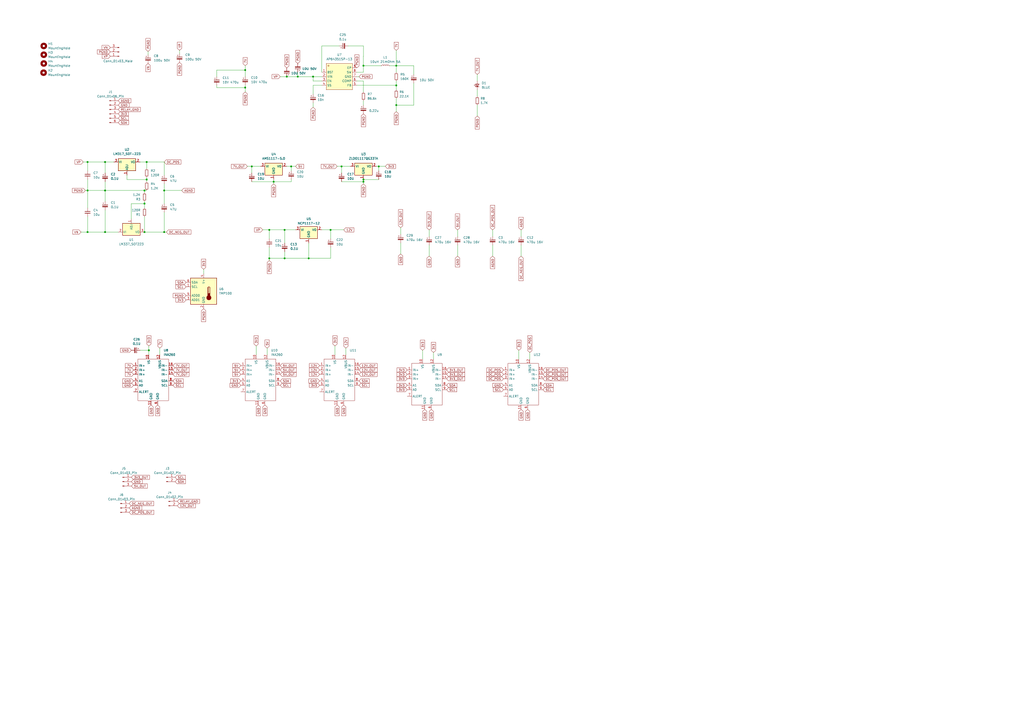
<source format=kicad_sch>
(kicad_sch (version 20231120) (generator "eeschema") (generator_version "8.0")
  (paper "A2")
  (lib_symbols
    (symbol "Connector:Conn_01x02_Pin" (pin_names (offset 1.016) hide)
      (property "Reference" "J" (at 0 2.54 0))
      (property "Value" "Conn_01x02_Pin" (at 0 -5.08 0))
      (symbol "Conn_01x02_Pin_1_1"
        (pin passive line (at 5.08 0 180) (length 3.81) (name "Pin_1") (number "1"))
        (pin passive line (at 5.08 -2.54 180) (length 3.81) (name "Pin_2") (number "2"))
      )
    )
    (symbol "Connector:Conn_01x03_Male" (pin_names (offset 1.016) hide)
      (property "Reference" "J" (at 0 5.08 0))
      (property "Value" "Conn_01x03_Male" (at 0 -5.08 0))
      (symbol "Conn_01x03_Male_1_1"
        (pin passive line (at 5.08 2.54 180) (length 3.81) (name "Pin_1") (number "1"))
        (pin passive line (at 5.08 0 180) (length 3.81) (name "Pin_2") (number "2"))
        (pin passive line (at 5.08 -2.54 180) (length 3.81) (name "Pin_3") (number "3"))
      )
    )
    (symbol "Connector:Conn_01x03_Pin" (pin_names (offset 1.016) hide)
      (property "Reference" "J" (at 0 5.08 0))
      (property "Value" "Conn_01x03_Pin" (at 0 -5.08 0))
      (symbol "Conn_01x03_Pin_1_1"
        (pin passive line (at 5.08 2.54 180) (length 3.81) (name "Pin_1") (number "1"))
        (pin passive line (at 5.08 0 180) (length 3.81) (name "Pin_2") (number "2"))
        (pin passive line (at 5.08 -2.54 180) (length 3.81) (name "Pin_3") (number "3"))
      )
    )
    (symbol "Connector:Conn_01x06_Pin" (pin_names (offset 1.016) hide)
      (property "Reference" "J" (at 0 7.62 0))
      (property "Value" "Conn_01x06_Pin" (at 0 -10.16 0))
      (symbol "Conn_01x06_Pin_1_1"
        (pin passive line (at 5.08 5.08 180) (length 3.81) (name "Pin_1") (number "1"))
        (pin passive line (at 5.08 2.54 180) (length 3.81) (name "Pin_2") (number "2"))
        (pin passive line (at 5.08 0 180) (length 3.81) (name "Pin_3") (number "3"))
        (pin passive line (at 5.08 -2.54 180) (length 3.81) (name "Pin_4") (number "4"))
        (pin passive line (at 5.08 -5.08 180) (length 3.81) (name "Pin_5") (number "5"))
        (pin passive line (at 5.08 -7.62 180) (length 3.81) (name "Pin_6") (number "6"))
      )
    )
    (symbol "Custom:INA260"
      (property "Reference" "U" (at 0 0 0))
      (property "Value" "INA260" (at 7.112 6.858 0))
      (symbol "INA260_1_1"
        (pin input line (at -11.43 29.21 0) (length 2.54) (name "IN+") (number "1"))
        (pin input line (at -2.54 35.56 270) (length 2.54) (name "VS") (number "10"))
        (pin input line (at -1.27 6.35 90) (length 2.54) (name "GND") (number "11"))
        (pin input line (at 3.81 35.56 270) (length 2.54) (name "VBUS") (number "12"))
        (pin input line (at 11.43 24.13 180) (length 2.54) (name "IN-") (number "14"))
        (pin input line (at 11.43 26.67 180) (length 2.54) (name "IN-") (number "15"))
        (pin input line (at 11.43 29.21 180) (length 2.54) (name "IN-") (number "16"))
        (pin input line (at -11.43 26.67 0) (length 2.54) (name "IN+") (number "2"))
        (pin input line (at -11.43 24.13 0) (length 2.54) (name "IN+") (number "3"))
        (pin input line (at -11.43 20.32 0) (length 2.54) (name "A1") (number "4"))
        (pin input line (at -11.43 17.78 0) (length 2.54) (name "A0") (number "5"))
        (pin input line (at 2.54 6.35 90) (length 2.54) (name "GND") (number "6"))
        (pin input line (at -11.43 13.97 0) (length 2.54) (name "ALERT") (number "7"))
        (pin input line (at 11.43 20.32 180) (length 2.54) (name "SDA") (number "8"))
        (pin input line (at 11.43 17.78 180) (length 2.54) (name "SCL") (number "9"))
      )
    )
    (symbol "Device:C_Polarized_Small" (pin_numbers hide) (pin_names (offset 0.254) hide)
      (property "Reference" "C" (at 0.254 1.778 0))
      (property "Value" "C_Polarized_Small" (at 0.254 -2.032 0))
      (symbol "C_Polarized_Small_1_1"
        (pin passive line (at 0 2.54 270) (length 1.8542) (name "~") (number "1"))
        (pin passive line (at 0 -2.54 90) (length 1.8542) (name "~") (number "2"))
      )
    )
    (symbol "Device:C_Small" (pin_numbers hide) (pin_names (offset 0.254) hide)
      (property "Reference" "C" (at 0.254 1.778 0))
      (property "Value" "C_Small" (at 0.254 -2.032 0))
      (symbol "C_Small_1_1"
        (pin passive line (at 0 2.54 270) (length 2.032) (name "~") (number "1"))
        (pin passive line (at 0 -2.54 90) (length 2.032) (name "~") (number "2"))
      )
    )
    (symbol "Device:LED_Small" (pin_numbers hide) (pin_names (offset 0.254) hide)
      (property "Reference" "D" (at -1.27 3.175 0))
      (property "Value" "LED_Small" (at -4.445 -2.54 0))
      (symbol "LED_Small_1_1"
        (pin passive line (at -2.54 0 0) (length 1.778) (name "K") (number "1"))
        (pin passive line (at 2.54 0 180) (length 1.778) (name "A") (number "2"))
      )
    )
    (symbol "Device:L_Small" (pin_numbers hide) (pin_names (offset 0.254) hide)
      (property "Reference" "L" (at 0.762 1.016 0))
      (property "Value" "L_Small" (at 0.762 -1.016 0))
      (symbol "L_Small_1_1"
        (pin passive line (at 0 2.54 270) (length 0.508) (name "~") (number "1"))
        (pin passive line (at 0 -2.54 90) (length 0.508) (name "~") (number "2"))
      )
    )
    (symbol "Device:R_Small" (pin_numbers hide) (pin_names (offset 0.254) hide)
      (property "Reference" "R" (at 0.762 0.508 0))
      (property "Value" "R_Small" (at 0.762 -1.016 0))
      (symbol "R_Small_1_1"
        (pin passive line (at 0 2.54 270) (length 0.762) (name "~") (number "1"))
        (pin passive line (at 0 -2.54 90) (length 0.762) (name "~") (number "2"))
      )
    )
    (symbol "Mechanical:MountingHole" (pin_names (offset 1.016))
      (property "Reference" "H" (at 0 5.08 0))
      (property "Value" "MountingHole" (at 0 3.175 0))
    )
    (symbol "Regulator_Linear:AMS1117-5.0"
      (property "Reference" "U" (at -3.81 3.175 0))
      (property "Value" "AMS1117-5.0" (at 0 3.175 0))
      (symbol "AMS1117-5.0_1_1"
        (pin power_in line (at 0 -7.62 90) (length 2.54) (name "GND") (number "1"))
        (pin power_out line (at 7.62 0 180) (length 2.54) (name "VO") (number "2"))
        (pin power_in line (at -7.62 0 0) (length 2.54) (name "VI") (number "3"))
      )
    )
    (symbol "Regulator_Linear:LM317_SOT-223" (pin_names (offset 0.254))
      (property "Reference" "U" (at -3.81 3.175 0))
      (property "Value" "LM317_SOT-223" (at 0 3.175 0))
      (symbol "LM317_SOT-223_1_1"
        (pin input line (at 0 -7.62 90) (length 2.54) (name "ADJ") (number "1"))
        (pin power_out line (at 7.62 0 180) (length 2.54) (name "VO") (number "2"))
        (pin power_in line (at -7.62 0 0) (length 2.54) (name "VI") (number "3"))
      )
    )
    (symbol "Regulator_Linear:LM337_SOT223" (pin_names (offset 0.254))
      (property "Reference" "U" (at -3.81 -3.175 0))
      (property "Value" "LM337_SOT223" (at 0 -3.175 0))
      (symbol "LM337_SOT223_1_1"
        (pin input line (at 0 7.62 270) (length 2.54) (name "ADJ") (number "1"))
        (pin power_in line (at -7.62 0 0) (length 2.54) (name "VI") (number "2"))
        (pin power_out line (at 7.62 0 180) (length 2.54) (name "VO") (number "3"))
      )
    )
    (symbol "Regulator_Linear:NCP1117-12_SOT223"
      (property "Reference" "U" (at -3.81 3.175 0))
      (property "Value" "NCP1117-12_SOT223" (at 0 3.175 0))
      (symbol "NCP1117-12_SOT223_1_1"
        (pin power_in line (at 0 -7.62 90) (length 2.54) (name "GND") (number "1"))
        (pin power_out line (at 7.62 0 180) (length 2.54) (name "VO") (number "2"))
        (pin power_in line (at -7.62 0 0) (length 2.54) (name "VI") (number "3"))
      )
    )
    (symbol "Sensor_Temperature:TMP100"
      (property "Reference" "U" (at 10.16 6.35 0))
      (property "Value" "TMP100" (at 12.7 3.81 0))
      (symbol "TMP100_1_1"
        (pin input line (at -10.16 2.54 0) (length 2.54) (name "SCL") (number "1"))
        (pin power_in line (at 0 -10.16 90) (length 2.54) (name "GND") (number "2"))
        (pin input line (at -10.16 -5.08 0) (length 2.54) (name "ADD1") (number "3"))
        (pin power_in line (at 0 10.16 270) (length 2.54) (name "V+") (number "4"))
        (pin input line (at -10.16 -2.54 0) (length 2.54) (name "ADD0") (number "5"))
        (pin bidirectional line (at -10.16 5.08 0) (length 2.54) (name "SDA") (number "6"))
      )
    )
    (symbol "easyeda2kicad:AP64351SP-13"
      (property "Reference" "U" (at 0 10.16 0))
      (property "Value" "AP64351SP-13" (at 0 -10.16 0))
      (symbol "AP64351SP-13_0_1"
        (pin unspecified line (at -10.16 2.54 0) (length 2.54) (name "BST") (number "1"))
        (pin unspecified line (at -10.16 0 0) (length 2.54) (name "VIN") (number "2"))
        (pin unspecified line (at -10.16 -2.54 0) (length 2.54) (name "EN") (number "3"))
        (pin unspecified line (at -10.16 -5.08 0) (length 2.54) (name "SS") (number "4"))
        (pin unspecified line (at 10.16 -5.08 180) (length 2.54) (name "FB") (number "5"))
        (pin unspecified line (at 10.16 -2.54 180) (length 2.54) (name "COMP") (number "6"))
        (pin unspecified line (at 10.16 0 180) (length 2.54) (name "GND") (number "7"))
        (pin unspecified line (at 10.16 2.54 180) (length 2.54) (name "SW") (number "8"))
        (pin unspecified line (at 10.16 5.08 180) (length 2.54) (name "EP") (number "9"))
      )
    )
  )
  (junction (at 60.96 110.49))
  (junction (at 60.96 134.62))
  (junction (at 142.24 50.8))
  (junction (at 165.1 149.86))
  (junction (at 95.25 110.49))
  (junction (at 229.87 38.1))
  (junction (at 142.24 40.64))
  (junction (at 191.77 133.35))
  (junction (at 210.82 38.1))
  (junction (at 95.25 134.62))
  (junction (at 50.8 110.49))
  (junction (at 156.21 149.86))
  (junction (at 210.82 105.41))
  (junction (at 158.75 105.41))
  (junction (at 166.37 44.45))
  (junction (at 219.71 96.52))
  (junction (at 83.82 110.49))
  (junction (at 229.87 60.96))
  (junction (at 50.8 93.98))
  (junction (at 60.96 93.98))
  (junction (at 172.72 44.45))
  (junction (at 179.07 149.86))
  (junction (at 210.82 104.14))
  (junction (at 83.82 134.62))
  (junction (at 165.1 133.35))
  (junction (at 85.09 104.14))
  (junction (at 83.82 118.11))
  (junction (at 156.21 133.35))
  (junction (at 181.61 44.45))
  (junction (at 168.91 96.52))
  (junction (at 146.05 96.52))
  (junction (at 85.09 93.98))
  (junction (at 86.36 203.2))
  (junction (at 198.12 96.52))
  (junction (at 229.87 49.53))
  (junction (at 50.8 134.62))
  (wire (pts (xy 156.21 143.51) (xy 156.21 149.86)))
  (wire (pts (xy 207.01 44.45) (xy 208.28 44.45)))
  (wire (pts (xy 251.46 204.47) (xy 251.46 208.28)))
  (wire (pts (xy 60.96 134.62) (xy 68.58 134.62)))
  (wire (pts (xy 165.1 140.97) (xy 165.1 133.35)))
  (wire (pts (xy 143.51 96.52) (xy 146.05 96.52)))
  (wire (pts (xy 95.25 134.62) (xy 95.25 123.19)))
  (wire (pts (xy 95.25 134.62) (xy 96.52 134.62)))
  (wire (pts (xy 248.92 148.59) (xy 248.92 142.24)))
  (wire (pts (xy 240.03 48.26) (xy 240.03 60.96)))
  (wire (pts (xy 172.72 44.45) (xy 181.61 44.45)))
  (wire (pts (xy 158.75 106.68) (xy 158.75 105.41)))
  (wire (pts (xy 154.94 201.93) (xy 154.94 205.74)))
  (wire (pts (xy 49.53 110.49) (xy 50.8 110.49)))
  (wire (pts (xy 210.82 41.91) (xy 210.82 38.1)))
  (wire (pts (xy 229.87 52.07) (xy 229.87 49.53)))
  (wire (pts (xy 142.24 40.64) (xy 142.24 44.323)))
  (wire (pts (xy 81.28 93.98) (xy 85.09 93.98)))
  (wire (pts (xy 146.05 96.52) (xy 151.13 96.52)))
  (wire (pts (xy 229.87 38.1) (xy 240.03 38.1)))
  (wire (pts (xy 229.87 64.77) (xy 229.87 60.96)))
  (wire (pts (xy 83.82 110.49) (xy 83.82 111.76)))
  (wire (pts (xy 226.06 38.1) (xy 229.87 38.1)))
  (wire (pts (xy 219.71 99.06) (xy 219.71 96.52)))
  (wire (pts (xy 60.96 110.49) (xy 83.82 110.49)))
  (wire (pts (xy 302.26 133.35) (xy 302.26 137.16)))
  (wire (pts (xy 194.31 200.66) (xy 194.31 205.74)))
  (wire (pts (xy 218.44 96.52) (xy 219.71 96.52)))
  (wire (pts (xy 207.01 46.99) (xy 210.82 46.99)))
  (wire (pts (xy 181.61 62.23) (xy 181.61 59.69)))
  (wire (pts (xy 210.82 106.68) (xy 210.82 105.41)))
  (wire (pts (xy 265.43 133.35) (xy 265.43 137.16)))
  (wire (pts (xy 302.26 148.59) (xy 302.26 142.24)))
  (wire (pts (xy 165.1 133.35) (xy 171.45 133.35)))
  (wire (pts (xy 85.8785 29.8318) (xy 85.8785 31.7368)))
  (wire (pts (xy 165.1 149.86) (xy 179.07 149.86)))
  (wire (pts (xy 86.36 203.2) (xy 86.36 205.74)))
  (wire (pts (xy 307.34 204.47) (xy 307.34 208.28)))
  (wire (pts (xy 148.59 200.66) (xy 148.59 205.74)))
  (wire (pts (xy 207.01 41.91) (xy 210.82 41.91)))
  (wire (pts (xy 83.82 118.11) (xy 83.82 116.84)))
  (wire (pts (xy 186.69 46.99) (xy 181.61 46.99)))
  (wire (pts (xy 285.75 133.35) (xy 285.75 137.16)))
  (wire (pts (xy 168.91 96.52) (xy 171.45 96.52)))
  (wire (pts (xy 142.24 53.34) (xy 142.24 50.8)))
  (wire (pts (xy 207.01 49.53) (xy 229.87 49.53)))
  (wire (pts (xy 198.12 96.52) (xy 203.2 96.52)))
  (wire (pts (xy 210.82 38.1) (xy 210.82 32.6265)))
  (wire (pts (xy 195.58 96.52) (xy 198.12 96.52)))
  (wire (pts (xy 118.11 156.21) (xy 118.11 158.75)))
  (wire (pts (xy 191.77 133.35) (xy 199.39 133.35)))
  (wire (pts (xy 105.41 110.49) (xy 95.25 110.49)))
  (wire (pts (xy 210.82 58.42) (xy 210.82 60.96)))
  (wire (pts (xy 158.75 105.41) (xy 168.91 105.41)))
  (wire (pts (xy 210.8516 26.67) (xy 201.93 26.67)))
  (wire (pts (xy 172.72 41.91) (xy 172.72 44.45)))
  (wire (pts (xy 60.96 121.92) (xy 60.96 134.62)))
  (wire (pts (xy 125.73 40.64) (xy 125.73 44.45)))
  (wire (pts (xy 85.09 104.14) (xy 85.09 105.41)))
  (wire (pts (xy 125.73 50.8) (xy 142.24 50.8)))
  (wire (pts (xy 240.03 60.96) (xy 229.87 60.96)))
  (wire (pts (xy 166.37 44.45) (xy 172.72 44.45)))
  (wire (pts (xy 60.96 116.84) (xy 60.96 110.49)))
  (wire (pts (xy 60.96 93.98) (xy 66.04 93.98)))
  (wire (pts (xy 181.61 49.53) (xy 186.69 49.53)))
  (wire (pts (xy 104.14 29.21) (xy 104.14 31.115)))
  (wire (pts (xy 200.66 201.93) (xy 200.66 205.74)))
  (wire (pts (xy 232.41 132.08) (xy 232.41 135.89)))
  (wire (pts (xy 166.37 96.52) (xy 168.91 96.52)))
  (wire (pts (xy 191.77 138.43) (xy 191.77 133.35)))
  (wire (pts (xy 146.05 100.33) (xy 146.05 96.52)))
  (wire (pts (xy 240.03 38.1) (xy 240.03 43.18)))
  (wire (pts (xy 245.11 203.2) (xy 245.11 208.28)))
  (wire (pts (xy 50.8 125.73) (xy 50.8 134.62)))
  (wire (pts (xy 85.09 93.98) (xy 95.25 93.98)))
  (wire (pts (xy 92.71 201.93) (xy 92.71 205.74)))
  (wire (pts (xy 81.28 203.2) (xy 86.36 203.2)))
  (wire (pts (xy 73.66 101.6) (xy 73.66 104.14)))
  (wire (pts (xy 248.92 133.35) (xy 248.92 137.16)))
  (wire (pts (xy 210.82 46.99) (xy 210.82 53.34)))
  (wire (pts (xy 186.69 133.35) (xy 191.77 133.35)))
  (wire (pts (xy 186.69 26.67) (xy 196.85 26.67)))
  (wire (pts (xy 229.87 60.96) (xy 229.87 57.15)))
  (wire (pts (xy 232.41 147.32) (xy 232.41 140.97)))
  (wire (pts (xy 191.77 143.51) (xy 191.77 149.86)))
  (wire (pts (xy 229.87 29.21) (xy 229.87 38.1)))
  (wire (pts (xy 210.82 32.6265) (xy 210.8516 32.6265)))
  (wire (pts (xy 229.87 38.1) (xy 229.87 41.91)))
  (wire (pts (xy 95.25 106.68) (xy 95.25 110.49)))
  (wire (pts (xy 50.8 110.49) (xy 60.96 110.49)))
  (wire (pts (xy 285.75 148.59) (xy 285.75 142.24)))
  (wire (pts (xy 229.87 49.53) (xy 229.87 46.99)))
  (wire (pts (xy 86.36 200.66) (xy 86.36 203.2)))
  (wire (pts (xy 265.43 148.59) (xy 265.43 142.24)))
  (wire (pts (xy 181.61 54.61) (xy 181.61 49.53)))
  (wire (pts (xy 83.82 110.49) (xy 85.09 110.49)))
  (wire (pts (xy 76.2 127) (xy 76.2 118.11)))
  (wire (pts (xy 48.26 93.98) (xy 50.8 93.98)))
  (wire (pts (xy 85.09 93.98) (xy 85.09 97.79)))
  (wire (pts (xy 198.12 100.33) (xy 198.12 96.52)))
  (wire (pts (xy 50.8 134.62) (xy 60.96 134.62)))
  (wire (pts (xy 198.12 105.41) (xy 210.82 105.41)))
  (wire (pts (xy 219.71 104.14) (xy 210.82 104.14)))
  (wire (pts (xy 165.1 149.86) (xy 165.1 146.05)))
  (wire (pts (xy 156.21 138.43) (xy 156.21 133.35)))
  (wire (pts (xy 181.61 44.45) (xy 181.61 46.99)))
  (wire (pts (xy 60.96 110.49) (xy 60.96 105.41)))
  (wire (pts (xy 142.24 38.1) (xy 142.24 40.64)))
  (wire (pts (xy 162.56 44.45) (xy 166.37 44.45)))
  (wire (pts (xy 276.86 60.96) (xy 276.86 67.31)))
  (wire (pts (xy 83.82 125.73) (xy 83.82 134.62)))
  (wire (pts (xy 95.25 118.11) (xy 95.25 110.49)))
  (wire (pts (xy 46.99 134.62) (xy 50.8 134.62)))
  (wire (pts (xy 191.77 149.86) (xy 179.07 149.86)))
  (wire (pts (xy 156.21 133.35) (xy 165.1 133.35)))
  (wire (pts (xy 125.73 49.53) (xy 125.73 50.8)))
  (wire (pts (xy 210.82 105.41) (xy 210.82 104.14)))
  (wire (pts (xy 50.8 93.98) (xy 60.96 93.98)))
  (wire (pts (xy 156.21 149.86) (xy 156.21 151.13)))
  (wire (pts (xy 60.96 100.33) (xy 60.96 93.98)))
  (wire (pts (xy 152.4 133.35) (xy 156.21 133.35)))
  (wire (pts (xy 210.82 38.1) (xy 220.98 38.1)))
  (wire (pts (xy 179.07 140.97) (xy 179.07 149.86)))
  (wire (pts (xy 85.09 102.87) (xy 85.09 104.14)))
  (wire (pts (xy 95.25 101.6) (xy 95.25 93.98)))
  (wire (pts (xy 83.82 134.62) (xy 95.25 134.62)))
  (wire (pts (xy 50.8 120.65) (xy 50.8 110.49)))
  (wire (pts (xy 210.8516 32.6265) (xy 210.8516 26.67)))
  (wire (pts (xy 73.66 104.14) (xy 85.09 104.14)))
  (wire (pts (xy 300.99 203.2) (xy 300.99 208.28)))
  (wire (pts (xy 186.69 26.67) (xy 186.69 41.91)))
  (wire (pts (xy 50.8 99.06) (xy 50.8 93.98)))
  (wire (pts (xy 146.05 105.41) (xy 158.75 105.41)))
  (wire (pts (xy 168.91 99.06) (xy 168.91 96.52)))
  (wire (pts (xy 76.2 118.11) (xy 83.82 118.11)))
  (wire (pts (xy 219.71 96.52) (xy 223.52 96.52)))
  (wire (pts (xy 158.75 105.41) (xy 158.75 104.14)))
  (wire (pts (xy 276.86 52.07) (xy 276.86 55.88)))
  (wire (pts (xy 83.82 120.65) (xy 83.82 118.11)))
  (wire (pts (xy 142.24 50.8) (xy 142.24 49.403)))
  (wire (pts (xy 50.8 104.14) (xy 50.8 110.49)))
  (wire (pts (xy 142.24 40.64) (xy 125.73 40.64)))
  (wire (pts (xy 156.21 149.86) (xy 165.1 149.86)))
  (wire (pts (xy 168.91 104.14) (xy 168.91 105.41)))
  (wire (pts (xy 276.86 43.18) (xy 276.86 46.99)))
  (wire (pts (xy 181.61 44.45) (xy 186.69 44.45)))
  (global_label "7V_OUT" (shape input) (at 195.58 96.52 180) (property "Intersheetrefs" "${INTERSHEET_REFS}" (effects (hide yes))))
  (global_label "3V3" (shape input) (at 300.99 203.2 90) (property "Intersheetrefs" "${INTERSHEET_REFS}" (effects (hide yes))))
  (global_label "3V3" (shape input) (at 236.22 226.06 180) (property "Intersheetrefs" "${INTERSHEET_REFS}" (effects (hide yes))))
  (global_label "PGND" (shape input) (at 210.82 106.68 270) (property "Intersheetrefs" "${INTERSHEET_REFS}" (effects (hide yes))))
  (global_label "GND" (shape input) (at 68.58 60.96 0) (property "Intersheetrefs" "${INTERSHEET_REFS}" (effects (hide yes))))
  (global_label "GND" (shape input) (at 195.58 234.95 270) (property "Intersheetrefs" "${INTERSHEET_REFS}" (effects (hide yes))))
  (global_label "5V_OUT" (shape input) (at 162.56 212.09 0) (property "Intersheetrefs" "${INTERSHEET_REFS}" (effects (hide yes))))
  (global_label "PGND" (shape input) (at 104.14 36.195 270) (property "Intersheetrefs" "${INTERSHEET_REFS}" (effects (hide yes))))
  (global_label "5V_OUT" (shape input) (at 162.56 217.17 0) (property "Intersheetrefs" "${INTERSHEET_REFS}" (effects (hide yes))))
  (global_label "GND" (shape input) (at 265.43 148.59 270) (property "Intersheetrefs" "${INTERSHEET_REFS}" (effects (hide yes))))
  (global_label "PGND" (shape input) (at 85.8785 29.8318 90) (property "Intersheetrefs" "${INTERSHEET_REFS}" (effects (hide yes))))
  (global_label "DC_NEG_OUT" (shape input) (at 74.93 292.1 0) (property "Intersheetrefs" "${INTERSHEET_REFS}" (effects (hide yes))))
  (global_label "VP" (shape input) (at 104.14 29.21 90) (property "Intersheetrefs" "${INTERSHEET_REFS}" (effects (hide yes))))
  (global_label "3V3" (shape input) (at 139.7 220.98 180) (property "Intersheetrefs" "${INTERSHEET_REFS}" (effects (hide yes))))
  (global_label "DC_NEG_OUT" (shape input) (at 96.52 134.62 0) (property "Intersheetrefs" "${INTERSHEET_REFS}" (effects (hide yes))))
  (global_label "SCL" (shape input) (at 259.08 226.06 0) (property "Intersheetrefs" "${INTERSHEET_REFS}" (effects (hide yes))))
  (global_label "DC_POS" (shape input) (at 95.25 93.98 0) (property "Intersheetrefs" "${INTERSHEET_REFS}" (effects (hide yes))))
  (global_label "12V" (shape input) (at 199.39 133.35 0) (property "Intersheetrefs" "${INTERSHEET_REFS}" (effects (hide yes))))
  (global_label "DC_NEG_OUT" (shape input) (at 302.26 148.59 270) (property "Intersheetrefs" "${INTERSHEET_REFS}" (effects (hide yes))))
  (global_label "12V_OUT" (shape input) (at 208.28 214.63 0) (property "Intersheetrefs" "${INTERSHEET_REFS}" (effects (hide yes))))
  (global_label "3V3" (shape input) (at 245.11 203.2 90) (property "Intersheetrefs" "${INTERSHEET_REFS}" (effects (hide yes))))
  (global_label "7V" (shape input) (at 77.47 217.17 180) (property "Intersheetrefs" "${INTERSHEET_REFS}" (effects (hide yes))))
  (global_label "7V" (shape input) (at 142.24 38.1 90) (property "Intersheetrefs" "${INTERSHEET_REFS}" (effects (hide yes))))
  (global_label "DC_POS_OUT" (shape input) (at 314.96 217.17 0) (property "Intersheetrefs" "${INTERSHEET_REFS}" (effects (hide yes))))
  (global_label "GND" (shape input) (at 246.38 237.49 270) (property "Intersheetrefs" "${INTERSHEET_REFS}" (effects (hide yes))))
  (global_label "GND" (shape input) (at 185.42 220.98 180) (property "Intersheetrefs" "${INTERSHEET_REFS}" (effects (hide yes))))
  (global_label "PGND" (shape input) (at 156.21 151.13 270) (property "Intersheetrefs" "${INTERSHEET_REFS}" (effects (hide yes))))
  (global_label "GND" (shape input) (at 153.67 234.95 270) (property "Intersheetrefs" "${INTERSHEET_REFS}" (effects (hide yes))))
  (global_label "GND" (shape input) (at 77.47 223.52 180) (property "Intersheetrefs" "${INTERSHEET_REFS}" (effects (hide yes))))
  (global_label "DC_POS_OUT" (shape input) (at 314.96 219.71 0) (property "Intersheetrefs" "${INTERSHEET_REFS}" (effects (hide yes))))
  (global_label "3V3" (shape input) (at 118.11 156.21 90) (property "Intersheetrefs" "${INTERSHEET_REFS}" (effects (hide yes))))
  (global_label "DC_POS_OUT" (shape input) (at 285.75 133.35 90) (property "Intersheetrefs" "${INTERSHEET_REFS}" (effects (hide yes))))
  (global_label "GND" (shape input) (at 149.86 234.95 270) (property "Intersheetrefs" "${INTERSHEET_REFS}" (effects (hide yes))))
  (global_label "SDA" (shape input) (at 68.58 71.12 0) (property "Intersheetrefs" "${INTERSHEET_REFS}" (effects (hide yes))))
  (global_label "3V3_OUT" (shape input) (at 259.08 214.63 0) (property "Intersheetrefs" "${INTERSHEET_REFS}" (effects (hide yes))))
  (global_label "5V" (shape input) (at 139.7 212.09 180) (property "Intersheetrefs" "${INTERSHEET_REFS}" (effects (hide yes))))
  (global_label "GND" (shape input) (at 139.7 223.52 180) (property "Intersheetrefs" "${INTERSHEET_REFS}" (effects (hide yes))))
  (global_label "7V" (shape input) (at 77.47 214.63 180) (property "Intersheetrefs" "${INTERSHEET_REFS}" (effects (hide yes))))
  (global_label "PGND" (shape input) (at 49.53 110.49 180) (property "Intersheetrefs" "${INTERSHEET_REFS}" (effects (hide yes))))
  (global_label "7V_OUT" (shape input) (at 100.33 214.63 0) (property "Intersheetrefs" "${INTERSHEET_REFS}" (effects (hide yes))))
  (global_label "GND" (shape input) (at 87.63 234.95 270) (property "Intersheetrefs" "${INTERSHEET_REFS}" (effects (hide yes))))
  (global_label "GND" (shape input) (at 306.07 237.49 270) (property "Intersheetrefs" "${INTERSHEET_REFS}" (effects (hide yes))))
  (global_label "PGND" (shape input) (at 181.61 62.23 270) (property "Intersheetrefs" "${INTERSHEET_REFS}" (effects (hide yes))))
  (global_label "12V" (shape input) (at 185.42 217.17 180) (property "Intersheetrefs" "${INTERSHEET_REFS}" (effects (hide yes))))
  (global_label "3V3" (shape input) (at 236.22 217.17 180) (property "Intersheetrefs" "${INTERSHEET_REFS}" (effects (hide yes))))
  (global_label "PGND" (shape input) (at 208.28 44.45 0) (property "Intersheetrefs" "${INTERSHEET_REFS}" (effects (hide yes))))
  (global_label "GND" (shape input) (at 76.2 279.4 0) (property "Intersheetrefs" "${INTERSHEET_REFS}" (effects (hide yes))))
  (global_label "3V3" (shape input) (at 68.58 66.04 0) (property "Intersheetrefs" "${INTERSHEET_REFS}" (effects (hide yes))))
  (global_label "SCL" (shape input) (at 68.58 68.58 0) (property "Intersheetrefs" "${INTERSHEET_REFS}" (effects (hide yes))))
  (global_label "AGND" (shape input) (at 68.58 58.42 0) (property "Intersheetrefs" "${INTERSHEET_REFS}" (effects (hide yes))))
  (global_label "7V" (shape input) (at 229.87 29.21 90) (property "Intersheetrefs" "${INTERSHEET_REFS}" (effects (hide yes))))
  (global_label "3V3_OUT" (shape input) (at 259.08 217.17 0) (property "Intersheetrefs" "${INTERSHEET_REFS}" (effects (hide yes))))
  (global_label "3V3" (shape input) (at 251.46 204.47 90) (property "Intersheetrefs" "${INTERSHEET_REFS}" (effects (hide yes))))
  (global_label "3V3_OUT" (shape input) (at 259.08 219.71 0) (property "Intersheetrefs" "${INTERSHEET_REFS}" (effects (hide yes))))
  (global_label "DC_POS" (shape input) (at 307.34 204.47 90) (property "Intersheetrefs" "${INTERSHEET_REFS}" (effects (hide yes))))
  (global_label "GND" (shape input) (at 77.47 220.98 180) (property "Intersheetrefs" "${INTERSHEET_REFS}" (effects (hide yes))))
  (global_label "VP" (shape input) (at 48.26 93.98 180) (property "Intersheetrefs" "${INTERSHEET_REFS}" (effects (hide yes))))
  (global_label "PGND" (shape input) (at 158.75 106.68 270) (property "Intersheetrefs" "${INTERSHEET_REFS}" (effects (hide yes))))
  (global_label "7V_OUT" (shape input) (at 276.86 43.18 90) (property "Intersheetrefs" "${INTERSHEET_REFS}" (effects (hide yes))))
  (global_label "12V_OUT" (shape input) (at 208.28 217.17 0) (property "Intersheetrefs" "${INTERSHEET_REFS}" (effects (hide yes))))
  (global_label "AGND" (shape input) (at 302.26 133.35 90) (property "Intersheetrefs" "${INTERSHEET_REFS}" (effects (hide yes))))
  (global_label "7V" (shape input) (at 92.71 201.93 90) (property "Intersheetrefs" "${INTERSHEET_REFS}" (effects (hide yes))))
  (global_label "VN" (shape input) (at 46.99 134.62 180) (property "Intersheetrefs" "${INTERSHEET_REFS}" (effects (hide yes))))
  (global_label "VN" (shape input) (at 64.008 27.559 180) (property "Intersheetrefs" "${INTERSHEET_REFS}" (effects (hide yes))))
  (global_label "5V_OUT" (shape input) (at 265.43 133.35 90) (property "Intersheetrefs" "${INTERSHEET_REFS}" (effects (hide yes))))
  (global_label "PGND" (shape input) (at 210.82 66.04 270) (property "Intersheetrefs" "${INTERSHEET_REFS}" (effects (hide yes))))
  (global_label "5V_OUT" (shape input) (at 162.56 214.63 0) (property "Intersheetrefs" "${INTERSHEET_REFS}" (effects (hide yes))))
  (global_label "5V" (shape input) (at 139.7 217.17 180) (property "Intersheetrefs" "${INTERSHEET_REFS}" (effects (hide yes))))
  (global_label "SDA" (shape input) (at 107.95 163.83 180) (property "Intersheetrefs" "${INTERSHEET_REFS}" (effects (hide yes))))
  (global_label "3V3" (shape input) (at 185.42 223.52 180) (property "Intersheetrefs" "${INTERSHEET_REFS}" (effects (hide yes))))
  (global_label "5V" (shape input) (at 154.94 201.93 90) (property "Intersheetrefs" "${INTERSHEET_REFS}" (effects (hide yes))))
  (global_label "GND" (shape input) (at 292.1 223.52 180) (property "Intersheetrefs" "${INTERSHEET_REFS}" (effects (hide yes))))
  (global_label "GND" (shape input) (at 250.19 237.49 270) (property "Intersheetrefs" "${INTERSHEET_REFS}" (effects (hide yes))))
  (global_label "PGND" (shape input) (at 166.37 39.37 90) (property "Intersheetrefs" "${INTERSHEET_REFS}" (effects (hide yes))))
  (global_label "PGND" (shape input) (at 64.008 30.099 180) (property "Intersheetrefs" "${INTERSHEET_REFS}" (effects (hide yes))))
  (global_label "VP" (shape input) (at 152.4 133.35 180) (property "Intersheetrefs" "${INTERSHEET_REFS}" (effects (hide yes))))
  (global_label "3V3" (shape input) (at 194.31 200.66 90) (property "Intersheetrefs" "${INTERSHEET_REFS}" (effects (hide yes))))
  (global_label "SCL" (shape input) (at 292.1 226.06 180) (property "Intersheetrefs" "${INTERSHEET_REFS}" (effects (hide yes))))
  (global_label "3V3" (shape input) (at 236.22 223.52 180) (property "Intersheetrefs" "${INTERSHEET_REFS}" (effects (hide yes))))
  (global_label "12V" (shape input) (at 185.42 214.63 180) (property "Intersheetrefs" "${INTERSHEET_REFS}" (effects (hide yes))))
  (global_label "GND" (shape input) (at 91.44 234.95 270) (property "Intersheetrefs" "${INTERSHEET_REFS}" (effects (hide yes))))
  (global_label "SCL" (shape input) (at 107.95 166.37 180) (property "Intersheetrefs" "${INTERSHEET_REFS}" (effects (hide yes))))
  (global_label "3V3" (shape input) (at 107.95 173.99 180) (property "Intersheetrefs" "${INTERSHEET_REFS}" (effects (hide yes))))
  (global_label "SCL" (shape input) (at 208.28 223.52 0) (property "Intersheetrefs" "${INTERSHEET_REFS}" (effects (hide yes))))
  (global_label "SCL" (shape input) (at 162.56 223.52 0) (property "Intersheetrefs" "${INTERSHEET_REFS}" (effects (hide yes))))
  (global_label "DC_POS" (shape input) (at 292.1 217.17 180) (property "Intersheetrefs" "${INTERSHEET_REFS}" (effects (hide yes))))
  (global_label "RELAY_GND" (shape input) (at 68.58 63.5 0) (property "Intersheetrefs" "${INTERSHEET_REFS}" (effects (hide yes))))
  (global_label "DC_POS_OUT" (shape input) (at 314.96 214.63 0) (property "Intersheetrefs" "${INTERSHEET_REFS}" (effects (hide yes))))
  (global_label "GND" (shape input) (at 248.92 148.59 270) (property "Intersheetrefs" "${INTERSHEET_REFS}" (effects (hide yes))))
  (global_label "7V_OUT" (shape input) (at 100.33 212.09 0) (property "Intersheetrefs" "${INTERSHEET_REFS}" (effects (hide yes))))
  (global_label "AGND" (shape input) (at 74.93 294.64 0) (property "Intersheetrefs" "${INTERSHEET_REFS}" (effects (hide yes))))
  (global_label "PGND" (shape input) (at 118.11 179.07 270) (property "Intersheetrefs" "${INTERSHEET_REFS}" (effects (hide yes))))
  (global_label "PGND" (shape input) (at 142.24 53.34 270) (property "Intersheetrefs" "${INTERSHEET_REFS}" (effects (hide yes))))
  (global_label "VN" (shape input) (at 85.8785 36.8168 270) (property "Intersheetrefs" "${INTERSHEET_REFS}" (effects (hide yes))))
  (global_label "AGND" (shape input) (at 105.41 110.49 0) (property "Intersheetrefs" "${INTERSHEET_REFS}" (effects (hide yes))))
  (global_label "SCL" (shape input) (at 314.96 226.06 0) (property "Intersheetrefs" "${INTERSHEET_REFS}" (effects (hide yes))))
  (global_label "PGND" (shape input) (at 229.87 64.77 270) (property "Intersheetrefs" "${INTERSHEET_REFS}" (effects (hide yes))))
  (global_label "RELAY_GND" (shape input) (at 102.87 290.83 0) (property "Intersheetrefs" "${INTERSHEET_REFS}" (effects (hide yes))))
  (global_label "3V3" (shape input) (at 236.22 219.71 180) (property "Intersheetrefs" "${INTERSHEET_REFS}" (effects (hide yes))))
  (global_label "3V3_OUT" (shape input) (at 76.2 276.86 0) (property "Intersheetrefs" "${INTERSHEET_REFS}" (effects (hide yes))))
  (global_label "3V3_OUT" (shape input) (at 248.92 133.35 90) (property "Intersheetrefs" "${INTERSHEET_REFS}" (effects (hide yes))))
  (global_label "5V" (shape input) (at 171.45 96.52 0) (property "Intersheetrefs" "${INTERSHEET_REFS}" (effects (hide yes))))
  (global_label "5V" (shape input) (at 139.7 214.63 180) (property "Intersheetrefs" "${INTERSHEET_REFS}" (effects (hide yes))))
  (global_label "SDA" (shape input) (at 100.33 220.98 0) (property "Intersheetrefs" "${INTERSHEET_REFS}" (effects (hide yes))))
  (global_label "SDA" (shape input) (at 101.6 279.4 0) (property "Intersheetrefs" "${INTERSHEET_REFS}" (effects (hide yes))))
  (global_label "SDA" (shape input) (at 208.28 220.98 0) (property "Intersheetrefs" "${INTERSHEET_REFS}" (effects (hide yes))))
  (global_label "12V" (shape input) (at 185.42 212.09 180) (property "Intersheetrefs" "${INTERSHEET_REFS}" (effects (hide yes))))
  (global_label "3V3" (shape input) (at 86.36 200.66 90) (property "Intersheetrefs" "${INTERSHEET_REFS}" (effects (hide yes))))
  (global_label "PGND" (shape input) (at 207.01 39.37 90) (property "Intersheetrefs" "${INTERSHEET_REFS}" (effects (hide yes))))
  (global_label "AGND" (shape input) (at 285.75 148.59 270) (property "Intersheetrefs" "${INTERSHEET_REFS}" (effects (hide yes))))
  (global_label "12V" (shape input) (at 200.66 201.93 90) (property "Intersheetrefs" "${INTERSHEET_REFS}" (effects (hide yes))))
  (global_label "12V_OUT" (shape input) (at 232.41 132.08 90) (property "Intersheetrefs" "${INTERSHEET_REFS}" (effects (hide yes))))
  (global_label "3V3" (shape input) (at 236.22 214.63 180) (property "Intersheetrefs" "${INTERSHEET_REFS}" (effects (hide yes))))
  (global_label "7V_OUT" (shape input) (at 100.33 217.17 0) (property "Intersheetrefs" "${INTERSHEET_REFS}" (effects (hide yes))))
  (global_label "SCL" (shape input) (at 100.33 223.52 0) (property "Intersheetrefs" "${INTERSHEET_REFS}" (effects (hide yes))))
  (global_label "5V_OUT" (shape input) (at 76.2 281.94 0) (property "Intersheetrefs" "${INTERSHEET_REFS}" (effects (hide yes))))
  (global_label "PGND" (shape input) (at 172.72 36.83 90) (property "Intersheetrefs" "${INTERSHEET_REFS}" (effects (hide yes))))
  (global_label "PGND" (shape input) (at 276.86 67.31 270) (property "Intersheetrefs" "${INTERSHEET_REFS}" (effects (hide yes))))
  (global_label "DC_POS" (shape input) (at 292.1 219.71 180) (property "Intersheetrefs" "${INTERSHEET_REFS}" (effects (hide yes))))
  (global_label "GND" (shape input) (at 199.39 234.95 270) (property "Intersheetrefs" "${INTERSHEET_REFS}" (effects (hide yes))))
  (global_label "SDA" (shape input) (at 259.08 223.52 0) (property "Intersheetrefs" "${INTERSHEET_REFS}" (effects (hide yes))))
  (global_label "7V_OUT" (shape input) (at 143.51 96.52 180) (property "Intersheetrefs" "${INTERSHEET_REFS}" (effects (hide yes))))
  (global_label "SDA" (shape input) (at 314.96 223.52 0) (property "Intersheetrefs" "${INTERSHEET_REFS}" (effects (hide yes))))
  (global_label "GND" (shape input) (at 76.2 203.2 180) (property "Intersheetrefs" "${INTERSHEET_REFS}" (effects (hide yes))))
  (global_label "VP" (shape input) (at 162.56 44.45 180) (property "Intersheetrefs" "${INTERSHEET_REFS}" (effects (hide yes))))
  (global_label "GND" (shape input) (at 232.41 147.32 270) (property "Intersheetrefs" "${INTERSHEET_REFS}" (effects (hide yes))))
  (global_label "3V3" (shape input) (at 148.59 200.66 90) (property "Intersheetrefs" "${INTERSHEET_REFS}" (effects (hide yes))))
  (global_label "DC_POS_OUT" (shape input) (at 74.93 297.18 0) (property "Intersheetrefs" "${INTERSHEET_REFS}" (effects (hide yes))))
  (global_label "12V_OUT" (shape input) (at 102.87 293.37 0) (property "Intersheetrefs" "${INTERSHEET_REFS}" (effects (hide yes))))
  (global_label "GND" (shape input) (at 302.26 237.49 270) (property "Intersheetrefs" "${INTERSHEET_REFS}" (effects (hide yes))))
  (global_label "SCL" (shape input) (at 101.6 276.86 0) (property "Intersheetrefs" "${INTERSHEET_REFS}" (effects (hide yes))))
  (global_label "VP" (shape input) (at 64.008 32.639 180) (property "Intersheetrefs" "${INTERSHEET_REFS}" (effects (hide yes))))
  (global_label "SDA" (shape input) (at 162.56 220.98 0) (property "Intersheetrefs" "${INTERSHEET_REFS}" (effects (hide yes))))
  (global_label "12V_OUT" (shape input) (at 208.28 212.09 0) (property "Intersheetrefs" "${INTERSHEET_REFS}" (effects (hide yes))))
  (global_label "PGND" (shape input) (at 107.95 171.45 180) (property "Intersheetrefs" "${INTERSHEET_REFS}" (effects (hide yes))))
  (global_label "7V" (shape input) (at 77.47 212.09 180) (property "Intersheetrefs" "${INTERSHEET_REFS}" (effects (hide yes))))
  (global_label "DC_POS" (shape input) (at 292.1 214.63 180) (property "Intersheetrefs" "${INTERSHEET_REFS}" (effects (hide yes))))
  (global_label "3V3" (shape input) (at 223.52 96.52 0) (property "Intersheetrefs" "${INTERSHEET_REFS}" (effects (hide yes))))
  (symbol (lib_id "Device:R_Small") (at 229.87 54.61 0) (unit 1)
    (property "Reference" "R6" (at 231.648 53.34 0) (effects (justify left)))
    (property "Value" "22.1K" (at 231.648 55.88 0) (effects (justify left)))
    (property "Footprint" "Resistor_SMD:R_0603_1608Metric_Pad0.98x0.95mm_HandSolder" (effects (hide yes)))
    (property "Mouser" "603-RC0603JR-07820KP" (effects (hide yes)))
  )
  (symbol (lib_id "Connector:Conn_01x03_Pin") (at 69.85 294.64 0) (unit 1)
    (property "Reference" "J6" (at 70.485 287.02 0))
    (property "Value" "Conn_01x03_Pin" (at 70.485 289.56 0))
    (property "Footprint" "Connector_JST:JST_PH_B3B-PH-K_1x03_P2.00mm_Vertical" (effects (hide yes)))
    (property "Description" "Generic connector, single row, 01x03, script generated" (effects (hide yes)))
  )
  (symbol (lib_id "Mechanical:MountingHole") (at 25.4 36.83 0) (unit 1)
    (property "Reference" "H4" (at 27.94 35.5599 0) (effects (justify left)))
    (property "Value" "MountingHole" (at 27.94 38.0999 0) (effects (justify left)))
    (property "Footprint" "MountingHole:MountingHole_3.2mm_M3_DIN965_Pad_TopOnly" (effects (hide yes)))
  )
  (symbol (lib_id "Regulator_Linear:AMS1117-5.0") (at 210.82 96.52 0) (unit 1)
    (property "Reference" "U3" (at 210.82 89.408 0))
    (property "Value" "ZLDO1117QG33TA" (at 210.82 91.948 0))
    (property "Footprint" "Package_TO_SOT_SMD:SOT-223-3_TabPin2" (effects (hide yes)))
    (property "Datasheet" "http://www.advanced-monolithic.com/pdf/ds1117.pdf" (effects (hide yes)))
    (property "Mouser" "ZLDO1117QG33TA" (effects (hide yes)))
  )
  (symbol (lib_id "Regulator_Linear:LM317_SOT-223") (at 73.66 93.98 0) (unit 1)
    (property "Reference" "U2" (at 73.66 86.741 0))
    (property "Value" "LM317_SOT-223" (at 73.66 89.281 0))
    (property "Footprint" "Package_TO_SOT_SMD:SOT-223-3_TabPin2" (effects (hide yes)))
    (property "Datasheet" "http://www.ti.com/lit/ds/symlink/lm317.pdf" (effects (hide yes)))
    (property "Mouser" "595-LM317DCY" (effects (hide yes)))
  )
  (symbol (lib_id "Device:C_Polarized_Small") (at 198.12 102.87 0) (unit 1)
    (property "Reference" "C17" (at 201.422 101.0538 0) (effects (justify left)))
    (property "Value" "10U" (at 201.422 103.5938 0) (effects (justify left)))
    (property "Footprint" "Capacitor_SMD:C_1206_3216Metric_Pad1.33x1.80mm_HandSolder" (effects (hide yes)))
  )
  (symbol (lib_id "Connector:Conn_01x03_Pin") (at 71.12 279.4 0) (unit 1)
    (property "Reference" "J5" (at 71.755 271.78 0))
    (property "Value" "Conn_01x03_Pin" (at 71.755 274.32 0))
    (property "Footprint" "Connector_JST:JST_PH_B3B-PH-K_1x03_P2.00mm_Vertical" (effects (hide yes)))
    (property "Description" "Generic connector, single row, 01x03, script generated" (effects (hide yes)))
  )
  (symbol (lib_id "Device:R_Small") (at 83.82 114.3 180) (unit 1)
    (property "Reference" "R3" (at 81.534 115.5701 0) (effects (justify left)))
    (property "Value" "1.2K" (at 81.534 113.0301 0) (effects (justify left)))
    (property "Footprint" "Resistor_SMD:R_0603_1608Metric_Pad0.98x0.95mm_HandSolder" (effects (hide yes)))
  )
  (symbol (lib_id "Device:C_Polarized_Small") (at 95.25 120.65 0) (unit 1)
    (property "Reference" "C5" (at 98.552 118.8338 0) (effects (justify left)))
    (property "Value" "47U" (at 98.552 121.3738 0) (effects (justify left)))
    (property "Footprint" "Capacitor_SMD:C_1206_3216Metric_Pad1.33x1.80mm_HandSolder" (effects (hide yes)))
  )
  (symbol (lib_id "Device:C_Polarized_Small") (at 240.03 45.72 0) (unit 1)
    (property "Reference" "C14" (effects (hide yes)))
    (property "Value" "10U 50V" (at 243.332 46.4438 0) (effects (justify left)))
    (property "Footprint" "Capacitor_SMD:C_1206_3216Metric_Pad1.33x1.80mm_HandSolder" (effects (hide yes)))
  )
  (symbol (lib_id "Device:C_Polarized_Small") (at 210.82 63.5 0) (unit 1)
    (property "Reference" "C15" (effects (hide yes)))
    (property "Value" "0.22u" (at 214.122 64.2238 0) (effects (justify left)))
    (property "Footprint" "Capacitor_SMD:C_0805_2012Metric_Pad1.18x1.45mm_HandSolder" (effects (hide yes)))
  )
  (symbol (lib_id "Device:C_Polarized_Small") (at 265.43 139.7 0) (unit 1)
    (property "Reference" "C28" (at 268.732 137.8838 0) (effects (justify left)))
    (property "Value" "470u 16V" (at 268.732 140.4238 0) (effects (justify left)))
    (property "Footprint" "Capacitor_THT:CP_Radial_D6.3mm_P2.50mm" (effects (hide yes)))
  )
  (symbol (lib_id "Custom:INA260") (at 196.85 241.3 0) (unit 1)
    (property "Reference" "U11" (at 202.8541 203.2 0) (effects (justify left)))
    (property "Value" "INA260" (effects (hide yes)))
    (property "Footprint" "Package_SO:TSSOP-16_4.4x5mm_P0.65mm" (effects (hide yes)))
  )
  (symbol (lib_id "Device:C_Small") (at 50.8 101.6 0) (unit 1)
    (property "Reference" "C7" (at 54.102 100.3363 0) (effects (justify left)))
    (property "Value" "10u" (at 54.102 102.8763 0) (effects (justify left)))
    (property "Footprint" "Capacitor_SMD:C_1206_3216Metric_Pad1.33x1.80mm_HandSolder" (effects (hide yes)))
  )
  (symbol (lib_id "Device:C_Polarized_Small") (at 165.1 143.51 0) (unit 1)
    (property "Reference" "C13" (at 168.402 141.6938 0) (effects (justify left)))
    (property "Value" "0.1U" (at 168.402 144.2338 0) (effects (justify left)))
    (property "Footprint" "Capacitor_SMD:C_0603_1608Metric_Pad1.08x0.95mm_HandSolder" (effects (hide yes)))
  )
  (symbol (lib_id "Device:C_Small") (at 156.21 140.97 0) (unit 1)
    (property "Reference" "C21" (at 159.512 139.7063 0) (effects (justify left)))
    (property "Value" "10u" (at 159.512 142.2463 0) (effects (justify left)))
    (property "Footprint" "Capacitor_SMD:C_1206_3216Metric_Pad1.33x1.80mm_HandSolder" (effects (hide yes)))
  )
  (symbol (lib_id "Device:C_Polarized_Small") (at 302.26 139.7 0) (unit 1)
    (property "Reference" "C12" (at 305.562 137.8838 0) (effects (justify left)))
    (property "Value" "470u 16V" (at 305.562 140.4238 0) (effects (justify left)))
    (property "Footprint" "Capacitor_THT:CP_Radial_D6.3mm_P2.50mm" (effects (hide yes)))
  )
  (symbol (lib_id "Custom:INA260") (at 303.53 243.84 0) (unit 1)
    (property "Reference" "U12" (at 309.5341 205.74 0) (effects (justify left)))
    (property "Value" "INA260" (effects (hide yes)))
    (property "Footprint" "Package_SO:TSSOP-16_4.4x5mm_P0.65mm" (effects (hide yes)))
  )
  (symbol (lib_id "Custom:INA260") (at 88.9 241.3 0) (unit 1)
    (property "Reference" "U8" (at 94.9041 203.2 0) (effects (justify left)))
    (property "Value" "INA260" (at 94.9041 205.74 0) (effects (justify left)))
    (property "Footprint" "Package_SO:TSSOP-16_4.4x5mm_P0.65mm" (effects (hide yes)))
  )
  (symbol (lib_id "Device:R_Small") (at 229.87 44.45 0) (unit 1)
    (property "Reference" "R5" (at 232.156 43.1799 0) (effects (justify left)))
    (property "Value" "160K" (at 232.156 45.7199 0) (effects (justify left)))
    (property "Footprint" "Resistor_SMD:R_0603_1608Metric_Pad0.98x0.95mm_HandSolder" (effects (hide yes)))
    (property "Mouser" " 603-RC0603JR-10180KL " (effects (hide yes)))
  )
  (symbol (lib_id "Connector:Conn_01x02_Pin") (at 97.79 290.83 0) (unit 1)
    (property "Reference" "J4" (at 98.425 285.75 0))
    (property "Value" "Conn_01x02_Pin" (at 98.425 288.29 0))
    (property "Footprint" "Connector_JST:JST_PH_B2B-PH-K_1x02_P2.00mm_Vertical" (effects (hide yes)))
    (property "Description" "Generic connector, single row, 01x02, script generated" (effects (hide yes)))
  )
  (symbol (lib_id "Device:R_Small") (at 210.82 55.88 0) (unit 1)
    (property "Reference" "R7" (at 213.106 54.6099 0) (effects (justify left)))
    (property "Value" "86.6k" (at 213.106 57.1499 0) (effects (justify left)))
    (property "Footprint" "Resistor_SMD:R_0603_1608Metric_Pad0.98x0.95mm_HandSolder" (effects (hide yes)))
    (property "Mouser" "71-CRCW0603-86.6K-E3" (effects (hide yes)))
  )
  (symbol (lib_id "Device:C_Polarized_Small") (at 191.77 140.97 0) (unit 1)
    (property "Reference" "C22" (at 195.072 139.1538 0) (effects (justify left)))
    (property "Value" "10U" (at 195.072 141.6938 0) (effects (justify left)))
    (property "Footprint" "Capacitor_SMD:C_1206_3216Metric_Pad1.33x1.80mm_HandSolder" (effects (hide yes)))
  )
  (symbol (lib_id "Connector:Conn_01x06_Pin") (at 63.5 63.5 0) (unit 1)
    (property "Reference" "J1" (at 64.135 53.34 0))
    (property "Value" "Conn_01x06_Pin" (at 64.135 55.88 0))
    (property "Footprint" "Connector_JST:JST_PH_B6B-PH-K_1x06_P2.00mm_Vertical" (effects (hide yes)))
    (property "Description" "Generic connector, single row, 01x06, script generated" (effects (hide yes)))
  )
  (symbol (lib_id "Device:R_Small") (at 85.09 107.95 0) (unit 1)
    (property "Reference" "R4" (at 87.376 106.6799 0) (effects (justify left)))
    (property "Value" "1.2K" (at 87.376 109.2199 0) (effects (justify left)))
    (property "Footprint" "Resistor_SMD:R_0603_1608Metric_Pad0.98x0.95mm_HandSolder" (effects (hide yes)))
  )
  (symbol (lib_id "Mechanical:MountingHole") (at 25.4 31.75 0) (unit 1)
    (property "Reference" "H3" (at 27.94 30.4799 0) (effects (justify left)))
    (property "Value" "MountingHole" (at 27.94 33.0199 0) (effects (justify left)))
    (property "Footprint" "MountingHole:MountingHole_3.2mm_M3_DIN965_Pad_TopOnly" (effects (hide yes)))
  )
  (symbol (lib_id "Device:C_Polarized_Small") (at 219.71 101.6 0) (unit 1)
    (property "Reference" "C18" (at 223.012 99.7838 0) (effects (justify left)))
    (property "Value" "10U" (at 223.012 102.3238 0) (effects (justify left)))
    (property "Footprint" "Capacitor_SMD:C_1206_3216Metric_Pad1.33x1.80mm_HandSolder" (effects (hide yes)))
  )
  (symbol (lib_id "Mechanical:MountingHole") (at 25.4 26.67 0) (unit 1)
    (property "Reference" "H1" (at 27.94 25.3999 0) (effects (justify left)))
    (property "Value" "MountingHole" (at 27.94 27.9399 0) (effects (justify left)))
    (property "Footprint" "MountingHole:MountingHole_3.2mm_M3_DIN965_Pad_TopOnly" (effects (hide yes)))
  )
  (symbol (lib_id "Device:LED_Small") (at 276.86 49.53 90) (unit 1)
    (property "Reference" "D1" (at 279.4 48.1964 90) (effects (justify right)))
    (property "Value" "BLUE" (at 279.4 50.7364 90) (effects (justify right)))
    (property "Footprint" "LED_SMD:LED_0805_2012Metric_Pad1.15x1.40mm_HandSolder" (effects (hide yes)))
    (property "Description" "Light emitting diode, small symbol" (effects (hide yes)))
  )
  (symbol (lib_id "Device:C_Polarized_Small") (at 168.91 101.6 0) (unit 1)
    (property "Reference" "C20" (at 172.212 99.7838 0) (effects (justify left)))
    (property "Value" "10U" (at 172.212 102.3238 0) (effects (justify left)))
    (property "Footprint" "Capacitor_SMD:C_1206_3216Metric_Pad1.33x1.80mm_HandSolder" (effects (hide yes)))
  )
  (symbol (lib_id "Device:C_Polarized_Small") (at 232.41 138.43 0) (unit 1)
    (property "Reference" "C29" (at 235.712 136.6138 0) (effects (justify left)))
    (property "Value" "470u 16V" (at 235.712 139.1538 0) (effects (justify left)))
    (property "Footprint" "Capacitor_THT:CP_Radial_D6.3mm_P2.50mm" (effects (hide yes)))
  )
  (symbol (lib_id "Device:C_Polarized_Small") (at 285.75 139.7 0) (unit 1)
    (property "Reference" "C3" (at 289.052 137.8838 0) (effects (justify left)))
    (property "Value" "470u 16V" (at 289.052 140.4238 0) (effects (justify left)))
    (property "Footprint" "Capacitor_THT:CP_Radial_D6.3mm_P2.50mm" (effects (hide yes)))
  )
  (symbol (lib_id "Device:C_Polarized_Small") (at 199.39 26.67 90) (unit 1)
    (property "Reference" "C25" (at 198.8439 20.193 90))
    (property "Value" "0.1u" (at 198.8439 22.733 90))
    (property "Footprint" "Capacitor_SMD:C_0805_2012Metric_Pad1.18x1.45mm_HandSolder" (effects (hide yes)))
  )
  (symbol (lib_id "Device:C_Polarized_Small") (at 78.74 203.2 270) (unit 1)
    (property "Reference" "C26" (at 79.2861 196.85 90))
    (property "Value" "0.1U" (at 79.2861 199.39 90))
    (property "Footprint" "Capacitor_SMD:C_0603_1608Metric_Pad1.08x0.95mm_HandSolder" (effects (hide yes)))
  )
  (symbol (lib_id "Device:C_Polarized_Small") (at 248.92 139.7 0) (unit 1)
    (property "Reference" "C27" (at 252.222 137.8838 0) (effects (justify left)))
    (property "Value" "470u 16V" (at 252.222 140.4238 0) (effects (justify left)))
    (property "Footprint" "Capacitor_THT:CP_Radial_D6.3mm_P2.50mm" (effects (hide yes)))
  )
  (symbol (lib_id "Regulator_Linear:NCP1117-12_SOT223") (at 179.07 133.35 0) (unit 1)
    (property "Reference" "U5" (at 179.07 127 0))
    (property "Value" "NCP1117-12" (at 179.07 129.54 0))
    (property "Footprint" "Package_TO_SOT_SMD:SOT-223" (effects (hide yes)))
    (property "Datasheet" "http://www.onsemi.com/pub_link/Collateral/NCP1117-D.PDF" (effects (hide yes)))
    (property "Description" "1A Low drop-out regulator, Fixed Output 12V, SOT-223" (effects (hide yes)))
    (property "Mouser" "863-NCP1117ST12T3G" (effects (hide yes)))
  )
  (symbol (lib_id "Custom:INA260") (at 247.65 243.84 0) (unit 1)
    (property "Reference" "U9" (at 253.6541 205.74 0) (effects (justify left)))
    (property "Value" "INA260" (effects (hide yes)))
    (property "Footprint" "Package_SO:TSSOP-16_4.4x5mm_P0.65mm" (effects (hide yes)))
  )
  (symbol (lib_id "Device:C_Polarized_Small") (at 95.25 104.14 0) (unit 1)
    (property "Reference" "C6" (at 98.552 102.3238 0) (effects (justify left)))
    (property "Value" "47U" (at 98.552 104.8638 0) (effects (justify left)))
    (property "Footprint" "Capacitor_SMD:C_1206_3216Metric_Pad1.33x1.80mm_HandSolder" (effects (hide yes)))
  )
  (symbol (lib_id "Device:C_Polarized_Small") (at 172.72 39.37 180) (unit 1)
    (property "Reference" "C23" (effects (hide yes)))
    (property "Value" "10U 50V" (at 175.26 39.916 0) (effects (justify right)))
    (property "Footprint" "Capacitor_SMD:C_1206_3216Metric_Pad1.33x1.80mm_HandSolder" (effects (hide yes)))
  )
  (symbol (lib_id "Connector:Conn_01x03_Male") (at 69.088 30.099 180) (unit 1)
    (property "Reference" "J2" (effects (hide yes)))
    (property "Value" "Conn_01x03_Male" (at 68.453 35.433 0))
    (property "Footprint" "Connector_JST:JST_VH_B3P-VH_1x03_P3.96mm_Vertical" (effects (hide yes)))
  )
  (symbol (lib_id "Device:C_Polarized_Small") (at 60.96 102.87 0) (unit 1)
    (property "Reference" "C2" (at 64.262 101.0538 0) (effects (justify left)))
    (property "Value" "0.1U" (at 64.262 103.5938 0) (effects (justify left)))
    (property "Footprint" "Capacitor_SMD:C_0603_1608Metric_Pad1.08x0.95mm_HandSolder" (effects (hide yes)))
  )
  (symbol (lib_id "Device:R_Small") (at 85.09 100.33 0) (unit 1)
    (property "Reference" "R2" (at 87.376 99.0599 0) (effects (justify left)))
    (property "Value" "120R" (at 87.376 101.5999 0) (effects (justify left)))
    (property "Footprint" "Resistor_SMD:R_0603_1608Metric_Pad0.98x0.95mm_HandSolder" (effects (hide yes)))
  )
  (symbol (lib_id "easyeda2kicad:AP64351SP-13") (at 196.85 44.45 0) (unit 1)
    (property "Reference" "U7" (at 196.85 31.75 0))
    (property "Value" "AP64351SP-13" (at 196.85 34.29 0))
    (property "Footprint" "easyeda2kicad:SOIC-8_L4.9-W3.9-P1.27-LS6.0-BL-EP" (effects (hide yes)))
    (property "LCSC Part" "C3192339" (effects (hide yes)))
    (property "Mouser" " 621-AP64351SP-13 " (effects (hide yes)))
  )
  (symbol (lib_id "Regulator_Linear:AMS1117-5.0") (at 158.75 96.52 0) (unit 1)
    (property "Reference" "U4" (at 158.75 89.408 0))
    (property "Value" "AMS1117-5.0" (at 158.75 91.948 0))
    (property "Footprint" "Package_TO_SOT_SMD:SOT-223-3_TabPin2" (effects (hide yes)))
    (property "Datasheet" "http://www.advanced-monolithic.com/pdf/ds1117.pdf" (effects (hide yes)))
    (property "Mouser" "926-LM1117MPX5.0NOPB" (effects (hide yes)))
  )
  (symbol (lib_id "Device:L_Small") (at 223.52 38.1 90) (unit 1)
    (property "Reference" "L1" (at 223.52 33.274 90))
    (property "Value" "10uH 21mOhm 5A" (at 223.52 35.814 90))
    (property "Footprint" "Inductor_SMD:L_Vishay_IHLP-4040" (effects (hide yes)))
    (property "Mouser" "704-DR1040-7R0-R" (effects (hide yes)))
  )
  (symbol (lib_id "Device:C_Polarized_Small") (at 142.24 46.863 0) (unit 1)
    (property "Reference" "C10" (at 145.542 45.0468 0) (effects (justify left)))
    (property "Value" "10V 470u" (at 145.542 47.5868 0) (effects (justify left)))
    (property "Footprint" "Capacitor_THT:CP_Radial_D8.0mm_P3.50mm" (effects (hide yes)))
  )
  (symbol (lib_id "Device:R_Small") (at 276.86 58.42 0) (unit 1)
    (property "Reference" "R8" (at 278.638 57.15 0) (effects (justify left)))
    (property "Value" "1.7K" (at 278.638 59.69 0) (effects (justify left)))
    (property "Footprint" "Resistor_SMD:R_0603_1608Metric_Pad0.98x0.95mm_HandSolder" (effects (hide yes)))
    (property "Mouser" "603-RC0603JR-07820KP" (effects (hide yes)))
  )
  (symbol (lib_id "Device:C_Small") (at 50.8 123.19 0) (unit 1)
    (property "Reference" "C4" (at 54.102 121.9263 0) (effects (justify left)))
    (property "Value" "10u" (at 54.102 124.4663 0) (effects (justify left)))
    (property "Footprint" "Capacitor_SMD:C_1206_3216Metric_Pad1.33x1.80mm_HandSolder" (effects (hide yes)))
  )
  (symbol (lib_id "Device:C_Polarized_Small") (at 85.8785 34.2768 0) (unit 1)
    (property "Reference" "C8" (at 89.1805 32.4606 0) (effects (justify left)))
    (property "Value" "100u 50V" (at 89.1805 35.0006 0) (effects (justify left)))
    (property "Footprint" "Capacitor_THT:CP_Radial_D8.0mm_P3.50mm" (effects (hide yes)))
  )
  (symbol (lib_id "Sensor_Temperature:TMP100") (at 118.11 168.91 0) (unit 1)
    (property "Reference" "U6" (at 127 167.6399 0) (effects (justify left)))
    (property "Value" "TMP100" (at 127 170.1799 0) (effects (justify left)))
    (property "Footprint" "Package_TO_SOT_SMD:SOT-23-6" (effects (hide yes)))
    (property "Datasheet" "http://www.ti.com/lit/gpn/tmp100" (effects (hide yes)))
    (property "Description" "Temperature Sensor with I2C/SMBus Interface, SOT-23-6" (effects (hide yes)))
  )
  (symbol (lib_id "Mechanical:MountingHole") (at 25.273 42.164 0) (unit 1)
    (property "Reference" "H2" (at 27.813 40.8939 0) (effects (justify left)))
    (property "Value" "MountingHole" (at 27.813 43.4339 0) (effects (justify left)))
    (property "Footprint" "MountingHole:MountingHole_3.2mm_M3_DIN965_Pad_TopOnly" (effects (hide yes)))
  )
  (symbol (lib_id "Device:C_Polarized_Small") (at 166.37 41.91 180) (unit 1)
    (property "Reference" "C24" (effects (hide yes)))
    (property "Value" "10U 50V" (at 168.91 42.456 0) (effects (justify right)))
    (property "Footprint" "Capacitor_SMD:C_1206_3216Metric_Pad1.33x1.80mm_HandSolder" (effects (hide yes)))
  )
  (symbol (lib_id "Device:C_Polarized_Small") (at 146.05 102.87 0) (unit 1)
    (property "Reference" "C19" (at 149.352 101.0538 0) (effects (justify left)))
    (property "Value" "10U" (at 149.352 103.5938 0) (effects (justify left)))
    (property "Footprint" "Capacitor_SMD:C_1206_3216Metric_Pad1.33x1.80mm_HandSolder" (effects (hide yes)))
  )
  (symbol (lib_id "Device:C_Polarized_Small") (at 125.73 46.99 0) (unit 1)
    (property "Reference" "C11" (at 129.032 45.1738 0) (effects (justify left)))
    (property "Value" "10V 470u" (at 129.032 47.7138 0) (effects (justify left)))
    (property "Footprint" "Capacitor_THT:CP_Radial_D8.0mm_P3.50mm" (effects (hide yes)))
  )
  (symbol (lib_id "Regulator_Linear:LM337_SOT223") (at 76.2 134.62 0) (unit 1)
    (property "Reference" "U1" (at 76.2 139.065 0))
    (property "Value" "LM337_SOT223" (at 76.2 141.605 0))
    (property "Footprint" "Package_TO_SOT_SMD:SOT-223-3_TabPin2" (effects (hide yes)))
    (property "Datasheet" "http://www.ti.com/lit/ds/symlink/lm337-n.pdf" (effects (hide yes)))
    (property "Mouser" "926-LM337IMPX/NOPB" (effects (hide yes)))
  )
  (symbol (lib_id "Connector:Conn_01x02_Pin") (at 96.52 276.86 0) (unit 1)
    (property "Reference" "J3" (at 97.155 271.78 0))
    (property "Value" "Conn_01x02_Pin" (at 97.155 274.32 0))
    (property "Footprint" "Connector_JST:JST_PH_B2B-PH-K_1x02_P2.00mm_Vertical" (effects (hide yes)))
    (property "Description" "Generic connector, single row, 01x02, script generated" (effects (hide yes)))
  )
  (symbol (lib_id "Device:C_Polarized_Small") (at 60.96 119.38 0) (unit 1)
    (property "Reference" "C1" (at 64.262 117.5638 0) (effects (justify left)))
    (property "Value" "0.1U" (at 64.262 120.1038 0) (effects (justify left)))
    (property "Footprint" "Capacitor_SMD:C_0603_1608Metric_Pad1.08x0.95mm_HandSolder" (effects (hide yes)))
  )
  (symbol (lib_id "Device:C_Polarized_Small") (at 104.14 33.655 0) (unit 1)
    (property "Reference" "C9" (at 107.442 31.8388 0) (effects (justify left)))
    (property "Value" "100u 50V" (at 107.442 34.3788 0) (effects (justify left)))
    (property "Footprint" "Capacitor_THT:CP_Radial_D8.0mm_P3.50mm" (effects (hide yes)))
  )
  (symbol (lib_id "Custom:INA260") (at 151.13 241.3 0) (unit 1)
    (property "Reference" "U10" (at 157.1341 203.2 0) (effects (justify left)))
    (property "Value" "INA260" (at 157.1341 205.74 0) (effects (justify left)))
    (property "Footprint" "Package_SO:TSSOP-16_4.4x5mm_P0.65mm" (effects (hide yes)))
  )
  (symbol (lib_id "Device:R_Small") (at 83.82 123.19 180) (unit 1)
    (property "Reference" "R1" (at 81.534 124.4601 0) (effects (justify left)))
    (property "Value" "120R" (at 81.534 121.9201 0) (effects (justify left)))
    (property "Footprint" "Resistor_SMD:R_0603_1608Metric_Pad0.98x0.95mm_HandSolder" (effects (hide yes)))
  )
  (symbol (lib_id "Device:C_Polarized_Small") (at 181.61 57.15 0) (unit 1)
    (property "Reference" "C16" (at 184.15 55.3338 0) (effects (justify left)))
    (property "Value" "10n" (at 184.15 57.8738 0) (effects (justify left)))
    (property "Footprint" "Capacitor_SMD:C_0805_2012Metric_Pad1.18x1.45mm_HandSolder" (effects (hide yes)))
  )
)
</source>
